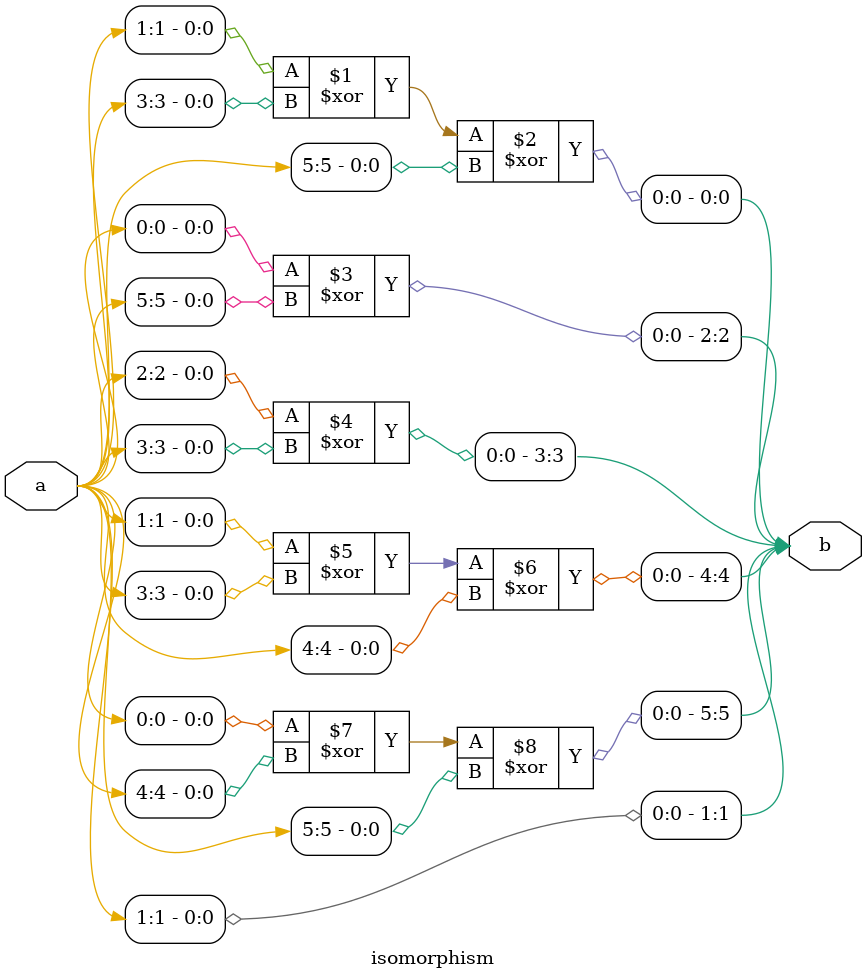
<source format=v>
`timescale 1ns/100ps
module SMS23_10_pp_10_5(x,y);
	 input [5:0] x;
	 output [5:0] y;
	 wire [5:0] w;
	 wire [5:0] p;
	 isomorphism C2 (x,w);
	 power_10 C3 (w,p);
	 inv_isomorphism C4 (p,y);
endmodule

module square_base(a,b);
	 input [1:0] a;
	 output [1:0] b;
	 assign b[0]=a[0]^a[1];
	 assign b[1]=a[1];
endmodule

module add_base(a,b,c);
	 input [1:0] a;
	 input [1:0] b;
	 output [1:0] c;
	 assign c[0]=a[0]^b[0];
	 assign c[1]=a[1]^b[1];
endmodule

module constant_multiplication_base_0(a,b);
	 input [1:0] a;
	 output [1:0] b;
	 assign b[0]=0;
	 assign b[1]=0;
endmodule

module constant_multiplication_base_1(a,b);
	 input [1:0] a;
	 output [1:0] b;
	 assign b[0]=a[0];
	 assign b[1]=a[1];
endmodule

module constant_multiplication_base_2(a,b);
	 input [1:0] a;
	 output [1:0] b;
	 assign b[0]=a[1];
	 assign b[1]=a[0]^a[1];
endmodule

module constant_multiplication_base_3(a,b);
	 input [1:0] a;
	 output [1:0] b;
	 assign b[0]=a[0]^a[1];
	 assign b[1]=a[0];
endmodule

module multiplication_base(a,b,c);
	 input [1:0] a;
	 input [1:0] b;
	 output [1:0] c;
	 wire t;
	 assign t=(a[1]&b[1]);
	 assign c[0]=(a[0]&b[0])^t;
	 assign c[1]=(a[0]&b[1])^(a[1]&b[0])^t;
endmodule
module power_10(a,b);
	 input [5:0] a;
	 output [5:0] b;
	 wire [1:0] x_0;
	 wire [1:0] x_1;
	 wire [1:0] x_2;
	 wire [1:0] x_3;
	 wire [1:0] x_4;
	 wire [1:0] x_5;
	 wire [1:0] y_0;
	 wire [1:0] y_1;
	 wire [1:0] y_2;
	 wire [1:0] z_00;
	 wire [1:0] z_01;
	 wire [1:0] z_02;
	 wire [1:0] z_03;
	 wire [1:0] z_04;
	 wire [1:0] z_10;
	 wire [1:0] z_11;
	 wire [1:0] z_12;
	 wire [1:0] z_13;
	 wire [1:0] z_14;
	 wire [1:0] z_20;
	 wire [1:0] z_21;
	 wire [1:0] z_22;
	 wire [1:0] z_23;
	 wire [1:0] z_24;
	 wire [1:0] w_00;
	 wire [1:0] w_01;
	 wire [1:0] w_02;
	 wire [1:0] w_03;
	 wire [1:0] w_04;
	 wire [1:0] w_05;
	 wire [1:0] w_10;
	 wire [1:0] w_11;
	 wire [1:0] w_12;
	 wire [1:0] w_13;
	 wire [1:0] w_14;
	 wire [1:0] w_15;
	 wire [1:0] w_20;
	 wire [1:0] w_21;
	 wire [1:0] w_22;
	 wire [1:0] w_23;
	 wire [1:0] w_24;
	 wire [1:0] w_25;
	 assign x_0[0]=a[0];
	 assign x_0[1]=a[1];
	 assign x_1[0]=a[2];
	 assign x_1[1]=a[3];
	 assign x_2[0]=a[4];
	 assign x_2[1]=a[5];
	 square_base  A1 (x_0,y_0);
	 square_base A2 (x_1,y_1);
	 square_base A3 (x_2,y_2);
	 multiplication_base A4 (y_0,y_1,x_3);
	 multiplication_base A5 (y_0,y_2,x_4);
	 multiplication_base A6 (y_1,y_2,x_5);
	 constant_multiplication_base_1 MC00 (x_0,w_00);
	 constant_multiplication_base_1 MC01 (x_1,w_01);
	 constant_multiplication_base_2 MC02 (x_2,w_02);
	 constant_multiplication_base_3 MC03 (x_3,w_03);
	 constant_multiplication_base_3 MC04 (x_4,w_04);
	 constant_multiplication_base_0 MC05 (x_5,w_05);
	 constant_multiplication_base_0 MC10 (x_0,w_10);
	 constant_multiplication_base_1 MC11 (x_1,w_11);
	 constant_multiplication_base_3 MC12 (x_2,w_12);
	 constant_multiplication_base_0 MC13 (x_3,w_13);
	 constant_multiplication_base_1 MC14 (x_4,w_14);
	 constant_multiplication_base_2 MC15 (x_5,w_15);
	 constant_multiplication_base_0 MC20 (x_0,w_20);
	 constant_multiplication_base_3 MC21 (x_1,w_21);
	 constant_multiplication_base_1 MC22 (x_2,w_22);
	 constant_multiplication_base_2 MC23 (x_3,w_23);
	 constant_multiplication_base_0 MC24 (x_4,w_24);
	 constant_multiplication_base_1 MC25 (x_5,w_25);
	 add_base B00 (w_00,w_01,z_00);
	 add_base B01 (w_02,w_03,z_01);
	 add_base B02 (w_04,w_05,z_02);
	 add_base B03 (z_00,z_01,z_03);
	 add_base B04 (z_03,z_02,z_04);
	 add_base B10 (w_10,w_11,z_10);
	 add_base B11 (w_12,w_13,z_11);
	 add_base B12 (w_14,w_15,z_12);
	 add_base B13 (z_10,z_11,z_13);
	 add_base B14 (z_13,z_12,z_14);
	 add_base B20 (w_20,w_21,z_20);
	 add_base B21 (w_22,w_23,z_21);
	 add_base B22 (w_24,w_25,z_22);
	 add_base B23 (z_20,z_21,z_23);
	 add_base B24 (z_23,z_22,z_24);
	 assign b[0]=z_04[0];
	 assign b[1]=z_04[1];
	 assign b[2]=z_14[0];
	 assign b[3]=z_14[1];
	 assign b[4]=z_24[0];
	 assign b[5]=z_24[1];
endmodule

module inv_isomorphism(a,b);
	 input [5:0] a;
	 output [5:0] b;
	 assign b[0]=a[1]^a[3]^a[4]^a[5];
	 assign b[1]=a[0]^a[2]^a[3];
	 assign b[2]=a[0]^a[1]^a[4]^a[5];
	 assign b[3]=a[1]^a[4];
	 assign b[4]=a[0]^a[2]^a[3]^a[4];
	 assign b[5]=a[0]^a[1]^a[2]^a[3]^a[5];
endmodule

module isomorphism(a,b);
	 input [5:0] a;
	 output [5:0] b;
	 assign b[0]=a[1]^a[3]^a[5];
	 assign b[1]=a[1];
	 assign b[2]=a[0]^a[5];
	 assign b[3]=a[2]^a[3];
	 assign b[4]=a[1]^a[3]^a[4];
	 assign b[5]=a[0]^a[4]^a[5];
endmodule


</source>
